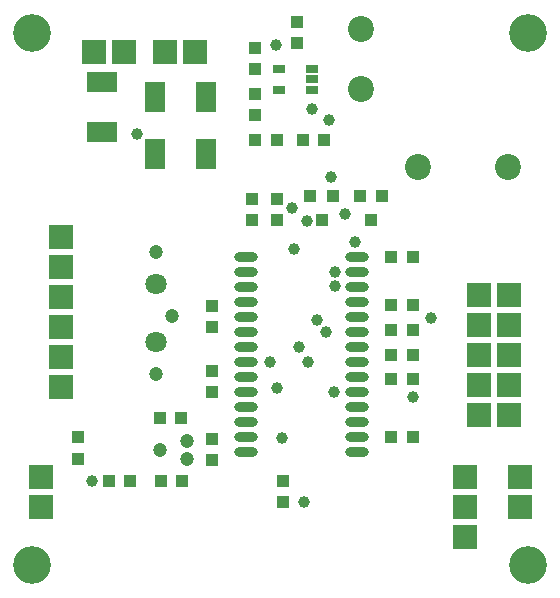
<source format=gts>
G04 Layer_Color=8388736*
%FSLAX44Y44*%
%MOMM*%
G71*
G01*
G75*
%ADD26C,1.0000*%
%ADD32R,1.1000X1.1000*%
%ADD33R,1.1000X1.1000*%
%ADD34R,2.5000X1.7200*%
%ADD35R,1.7200X2.5000*%
%ADD36R,1.0000X1.1000*%
%ADD37O,2.0000X0.8000*%
%ADD38R,1.0500X0.6500*%
%ADD39C,3.2000*%
%ADD40R,2.0000X2.0000*%
%ADD41C,2.2000*%
%ADD42R,2.0000X2.0000*%
%ADD43C,1.8000*%
%ADD44C,1.2000*%
D26*
X281000Y407000D02*
D03*
X303250Y303250D02*
D03*
X283250Y358500D02*
D03*
X285750Y176000D02*
D03*
X286000Y265750D02*
D03*
X251750Y297250D02*
D03*
X237512Y179759D02*
D03*
X263500Y202000D02*
D03*
X271250Y237000D02*
D03*
X279000Y226750D02*
D03*
X263000Y321000D02*
D03*
X286000Y277850D02*
D03*
X241250Y137500D02*
D03*
X368000Y239000D02*
D03*
X119000Y395000D02*
D03*
X81000Y101000D02*
D03*
X266750Y415750D02*
D03*
X236000Y470000D02*
D03*
X352000Y172000D02*
D03*
X250000Y332000D02*
D03*
X295000Y327000D02*
D03*
X255750Y214250D02*
D03*
X260000Y83000D02*
D03*
X231250Y201500D02*
D03*
D32*
X182000Y176000D02*
D03*
Y194000D02*
D03*
Y249000D02*
D03*
Y231000D02*
D03*
X242000Y83000D02*
D03*
Y101000D02*
D03*
X69000Y138000D02*
D03*
Y120000D02*
D03*
X182000Y136500D02*
D03*
Y118500D02*
D03*
X216000Y340000D02*
D03*
Y322000D02*
D03*
X237000Y322000D02*
D03*
Y340000D02*
D03*
X219000Y429000D02*
D03*
Y411000D02*
D03*
Y468000D02*
D03*
Y450000D02*
D03*
X254000Y472000D02*
D03*
Y490000D02*
D03*
D33*
X157000Y101000D02*
D03*
X139000D02*
D03*
X352000Y290500D02*
D03*
X334000D02*
D03*
X156000Y154250D02*
D03*
X138000D02*
D03*
X352000Y187000D02*
D03*
X334000D02*
D03*
X352000Y208000D02*
D03*
X334000D02*
D03*
X95000Y101000D02*
D03*
X113000D02*
D03*
X334000Y138000D02*
D03*
X352000D02*
D03*
X334000Y250000D02*
D03*
X352000D02*
D03*
X219000Y390000D02*
D03*
X237000D02*
D03*
X259000D02*
D03*
X277000D02*
D03*
X352000Y229000D02*
D03*
X334000D02*
D03*
D34*
X89000Y439000D02*
D03*
Y396300D02*
D03*
D35*
X177000Y378000D02*
D03*
X134300D02*
D03*
X177000Y426000D02*
D03*
X134300D02*
D03*
D36*
X317000Y322000D02*
D03*
X307500Y342000D02*
D03*
X326500D02*
D03*
X275000Y322000D02*
D03*
X265500Y342000D02*
D03*
X284500D02*
D03*
D37*
X305000Y125450D02*
D03*
Y138150D02*
D03*
Y150850D02*
D03*
Y163550D02*
D03*
Y176250D02*
D03*
Y188950D02*
D03*
Y201650D02*
D03*
Y214350D02*
D03*
Y227050D02*
D03*
Y239750D02*
D03*
Y252450D02*
D03*
Y265150D02*
D03*
Y277850D02*
D03*
Y290550D02*
D03*
X211000Y125450D02*
D03*
Y138150D02*
D03*
Y150850D02*
D03*
Y163550D02*
D03*
Y176250D02*
D03*
Y188950D02*
D03*
Y201650D02*
D03*
Y214350D02*
D03*
Y227050D02*
D03*
Y239750D02*
D03*
Y252450D02*
D03*
Y265150D02*
D03*
Y277850D02*
D03*
Y290550D02*
D03*
D38*
X266750Y432000D02*
D03*
Y441000D02*
D03*
Y450000D02*
D03*
X239250D02*
D03*
Y432000D02*
D03*
D39*
X450000Y30000D02*
D03*
X30000D02*
D03*
X30000Y480000D02*
D03*
X450000D02*
D03*
D40*
X37000Y78600D02*
D03*
Y104000D02*
D03*
X443000Y104400D02*
D03*
Y79000D02*
D03*
X433400Y258800D02*
D03*
Y233400D02*
D03*
Y208000D02*
D03*
Y182600D02*
D03*
Y157200D02*
D03*
X408000D02*
D03*
Y182600D02*
D03*
Y208000D02*
D03*
Y233400D02*
D03*
Y258800D02*
D03*
X396000Y53200D02*
D03*
Y78600D02*
D03*
Y104000D02*
D03*
X54000Y308000D02*
D03*
Y206400D02*
D03*
Y181000D02*
D03*
Y257200D02*
D03*
Y282600D02*
D03*
Y231800D02*
D03*
D41*
X433100Y367000D02*
D03*
X356900D02*
D03*
X308000Y433000D02*
D03*
Y483800D02*
D03*
D42*
X82600Y464000D02*
D03*
X108000D02*
D03*
X142600Y464000D02*
D03*
X168000D02*
D03*
D43*
X135000Y267500D02*
D03*
Y218700D02*
D03*
D44*
X161250Y120000D02*
D03*
Y135000D02*
D03*
X148250Y241000D02*
D03*
X138000Y127250D02*
D03*
X135000Y191750D02*
D03*
Y294750D02*
D03*
M02*

</source>
